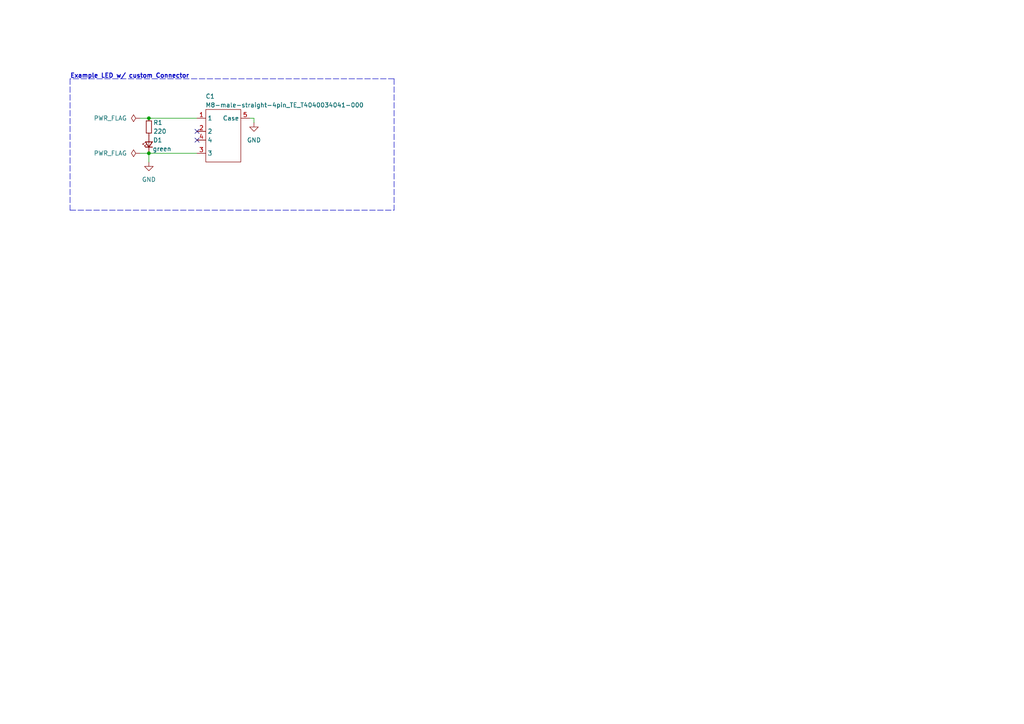
<source format=kicad_sch>
(kicad_sch (version 20211123) (generator eeschema)
  (paper "A4")
  (title_block (title "${title}") (rev "${version}") (comment 1 "${commit_id}") (comment 2 "${commit_date}") (comment 3 "${author}"))
  (lib_symbols
    (symbol "Device:LED_Small" (pin_numbers hide) (pin_names (offset 0.254) hide)
      (property "Reference" "D" (at -1.27 3.175 0))
      (property "Value" "LED_Small" (at -4.445 -2.54 0))
      (symbol "LED_Small_0_1"
        (polyline (pts (xy -0.762 -1.016) (xy -0.762 1.016)) (stroke (width 0.254)))
        (polyline (pts (xy 1.016 0) (xy -0.762 0)))
        (polyline (pts (xy 0.762 -1.016) (xy -0.762 0) (xy 0.762 1.016) (xy 0.762 -1.016)) (stroke (width 0.254)))
        (polyline (pts (xy 0 0.762) (xy -0.508 1.27) (xy -0.254 1.27) (xy -0.508 1.27) (xy -0.508 1.016)))
        (polyline (pts (xy 0.508 1.27) (xy 0 1.778) (xy 0.254 1.778) (xy 0 1.778) (xy 0 1.524)))
      )
      (symbol "LED_Small_1_1"
        (pin passive line (at -2.54 0 0) (length 1.778) (name "K") (number "1"))
        (pin passive line (at 2.54 0 180) (length 1.778) (name "A") (number "2"))
      )
    )
    (symbol "Device:R_Small" (pin_numbers hide) (pin_names (offset 0.254) hide)
      (property "Reference" "R" (at 0.762 0.508 0))
      (property "Value" "R_Small" (at 0.762 -1.016 0))
      (symbol "R_Small_0_1"
        (rectangle (start -0.762 1.778) (end 0.762 -1.778) (stroke (width 0.2032)))
      )
      (symbol "R_Small_1_1"
        (pin passive line (at 0 2.54 270) (length 0.762) (name "~") (number "1"))
        (pin passive line (at 0 -2.54 90) (length 0.762) (name "~") (number "2"))
      )
    )
    (symbol "kicad-library-connectors:M8-male-straight-4pin_TE_T4040034041-000"
      (property "Reference" "C" (at 1.27 6.35 0))
      (property "Value" "M8-male-straight-4pin_TE_T4040034041-000" (at 22.86 3.81 0))
      (symbol "M8-male-straight-4pin_TE_T4040034041-000_0_1"
        (rectangle (start 0 2.54) (end 10.16 -12.7))
      )
      (symbol "M8-male-straight-4pin_TE_T4040034041-000_1_1"
        (pin passive line (at -2.54 0 0) (length 2.54) (name "1") (number "1"))
        (pin passive line (at -2.54 -3.81 0) (length 2.54) (name "2") (number "2"))
        (pin passive line (at -2.54 -10.16 0) (length 2.54) (name "3") (number "3"))
        (pin passive line (at -2.54 -6.35 0) (length 2.54) (name "4") (number "4"))
        (pin passive line (at 12.7 0 180) (length 2.54) (name "Case") (number "5"))
      )
    )
    (symbol "power:GND" (power) (pin_names (offset 0))
      (property "Value" "GND" (at 0 -3.81 0))
      (symbol "GND_0_1"
        (polyline (pts (xy 0 0) (xy 0 -1.27) (xy 1.27 -1.27) (xy 0 -2.54) (xy -1.27 -1.27) (xy 0 -1.27)))
      )
      (symbol "GND_1_1"
        (pin power_in line (at 0 0 270) (length 0) hide (name "GND") (number "1"))
      )
    )
    (symbol "power:PWR_FLAG" (power) (pin_numbers hide) (pin_names (offset 0) hide)
      (property "Value" "PWR_FLAG" (at 0 3.81 0))
      (symbol "PWR_FLAG_0_0"
        (pin power_out line (at 0 0 90) (length 0) (name "pwr") (number "1"))
      )
      (symbol "PWR_FLAG_0_1"
        (polyline (pts (xy 0 0) (xy 0 1.27) (xy -1.016 1.905) (xy 0 2.54) (xy 1.016 1.905) (xy 0 1.27)))
      )
    )
  )
  (junction (at 43.18 34.29))
  (junction (at 43.18 44.45))
  (no_connect (at 57.15 38.1))
  (no_connect (at 57.15 40.64))
  (polyline (pts (xy 20.32 60.96) (xy 114.3 60.96)))
  (polyline (pts (xy 20.32 22.86) (xy 20.32 60.96)))
  (polyline (pts (xy 114.3 22.86) (xy 114.3 60.96)))
  (wire (pts (xy 43.18 44.45) (xy 43.18 46.99)))
  (wire (pts (xy 43.18 34.29) (xy 57.15 34.29)))
  (wire (pts (xy 73.66 35.56) (xy 73.66 34.29)))
  (wire (pts (xy 43.18 44.45) (xy 57.15 44.45)))
  (wire (pts (xy 40.64 34.29) (xy 43.18 34.29)))
  (wire (pts (xy 40.64 44.45) (xy 43.18 44.45)))
  (polyline (pts (xy 114.3 22.86) (xy 20.32 22.86)))
  (wire (pts (xy 73.66 34.29) (xy 72.39 34.29)))
  (text "Example LED w/ custom Connector" (at 20.32 22.86 0) (effects (font (size 1.27 1.27) (thickness 0.254) bold) (justify left bottom)))
  (symbol (lib_id "kicad-library-connectors:M8-male-straight-4pin_TE_T4040034041-000") (at 59.69 34.29 0) (unit 1)
    (property "Reference" "C1" (at 60.96 27.94 0))
    (property "Value" "M8-male-straight-4pin_TE_T4040034041-000" (at 82.55 30.48 0))
    (property "Footprint" "kicad-library:Conn_M8_male_straight_4pin_TE_T4040034041-000" (effects hide))
    (property "Datasheet" "https://www.te.com/commerce/DocumentDelivery/DDEController?Action=srchrtrv&DocNm=T40400340X1000&DocType=Customer+Drawing&DocLang=English" (effects hide))
    (property "Manufacturer_URL" "https://www.te.com/deu-de/product-T4040034041-000.html" (effects hide))
    (property "Part-Nr-Digikey" "A126810-ND" (effects hide))
  )
  (symbol (lib_id "power:PWR_FLAG") (at 40.64 34.29 90) (unit 1)
    (property "Reference" "#FLG01" (effects hide))
    (property "Value" "PWR_FLAG" (at 36.83 34.2899 90) (effects (justify left)))
  )
  (symbol (lib_id "Device:LED_Small") (at 43.18 41.91 90) (unit 1)
    (property "Reference" "D1" (at 45.72 40.64 90))
    (property "Value" "green" (at 46.99 43.18 90))
    (property "Footprint" "LED_SMD:LED_0603_1608Metric_Pad1.05x0.95mm_HandSolder" (effects hide))
  )
  (symbol (lib_id "power:GND") (at 43.18 46.99 0) (unit 1)
    (property "Reference" "#PWR01" (effects hide))
    (property "Value" "GND" (at 43.18 52.07 0))
  )
  (symbol (lib_id "power:GND") (at 73.66 35.56 0) (unit 1)
    (property "Reference" "#PWR?" (effects hide))
    (property "Value" "GND" (at 73.66 40.64 0))
  )
  (symbol (lib_id "power:PWR_FLAG") (at 40.64 44.45 90) (unit 1)
    (property "Reference" "#FLG0101" (effects hide))
    (property "Value" "PWR_FLAG" (at 36.83 44.4499 90) (effects (justify left)))
  )
  (symbol (lib_id "Device:R_Small") (at 43.18 36.83 0) (unit 1)
    (property "Reference" "R1" (at 44.45 35.56 0) (effects (justify left)))
    (property "Value" "220" (at 44.45 38.1 0) (effects (justify left)))
    (property "Footprint" "Resistor_SMD:R_0603_1608Metric_Pad0.98x0.95mm_HandSolder" (effects hide))
  )
)
</source>
